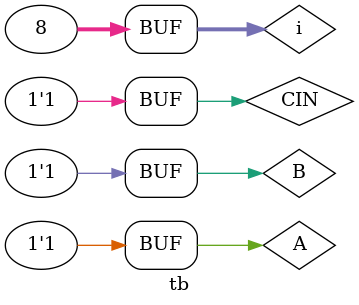
<source format=v>
module carry_look_ahead_adder (output sum, cout,
                               input a, b, cin);
  
  assign sum = (a^b)^cin;
  assign cout = ((a^b)&cin) | (a&b);
  
endmodule

//testbench
`include "carry_look_ahead_adder.v"

module tb;
  reg A,B,CIN;
  wire SUM, COUT;
  integer i;
  
  carry_look_ahead_adder i1 (.a(A), .b(B), .cin(CIN), .sum(SUM), .cout(COUT));
  
  initial 
    begin
      A <= 1'b0;
      B <= 1'b0;
      CIN <= 1'b0;
      
      
      $monitor("time=%t, cin=%b, a=%b, b=%b, sum=%b, cout=%b", $time, CIN,A,B,SUM,COUT);
      
      for (i=0; i<8; i=i+1)
          begin
            {CIN,A,B} = i;
            #10;
          end      
    end
endmodule
  

</source>
